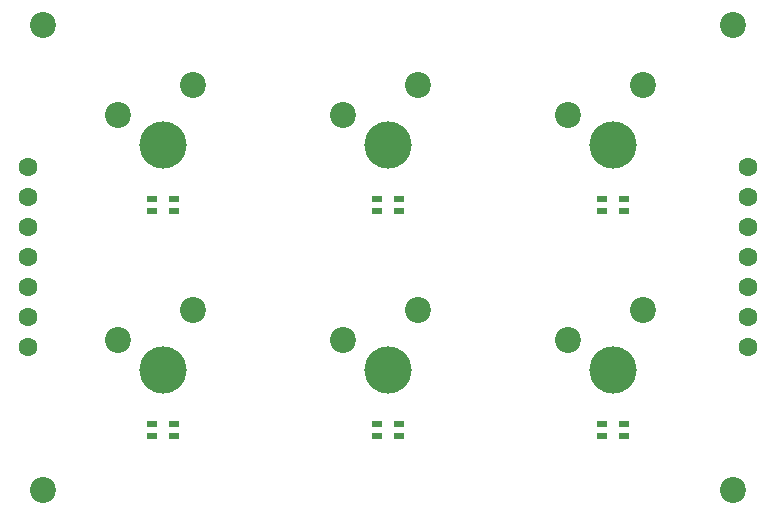
<source format=gbr>
G04 #@! TF.GenerationSoftware,KiCad,Pcbnew,(5.0.0-rc2-dev-471-ge4feb315d)*
G04 #@! TF.CreationDate,2018-04-21T02:21:12+01:00*
G04 #@! TF.ProjectId,cherry_breakout,6368657272795F627265616B6F75742E,rev?*
G04 #@! TF.SameCoordinates,Original*
G04 #@! TF.FileFunction,Soldermask,Top*
G04 #@! TF.FilePolarity,Negative*
%FSLAX46Y46*%
G04 Gerber Fmt 4.6, Leading zero omitted, Abs format (unit mm)*
G04 Created by KiCad (PCBNEW (5.0.0-rc2-dev-471-ge4feb315d)) date Sat Apr 21 02:21:12 2018*
%MOMM*%
%LPD*%
G01*
G04 APERTURE LIST*
%ADD10C,2.200000*%
%ADD11C,1.600000*%
%ADD12R,0.850000X0.500000*%
%ADD13C,4.000000*%
G04 APERTURE END LIST*
D10*
X115570000Y-76200000D03*
D11*
X116840000Y-88265000D03*
X55880000Y-98425000D03*
X116840000Y-90805000D03*
X55880000Y-100965000D03*
X116840000Y-93345000D03*
X55880000Y-103505000D03*
X116840000Y-95885000D03*
X55880000Y-88265000D03*
X116840000Y-103505000D03*
X116840000Y-100965000D03*
X116840000Y-98425000D03*
X55880000Y-95885000D03*
X55880000Y-93345000D03*
X55880000Y-90805000D03*
D10*
X57150000Y-115570000D03*
X115570000Y-115570000D03*
D12*
X68210000Y-91940000D03*
X68210000Y-90940000D03*
X66410000Y-90940000D03*
X66410000Y-91940000D03*
X66410000Y-110990000D03*
X66410000Y-109990000D03*
X68210000Y-109990000D03*
X68210000Y-110990000D03*
X85460000Y-91940000D03*
X85460000Y-90940000D03*
X87260000Y-90940000D03*
X87260000Y-91940000D03*
X87260000Y-110990000D03*
X87260000Y-109990000D03*
X85460000Y-109990000D03*
X85460000Y-110990000D03*
X106310000Y-91940000D03*
X106310000Y-90940000D03*
X104510000Y-90940000D03*
X104510000Y-91940000D03*
X104510000Y-110990000D03*
X104510000Y-109990000D03*
X106310000Y-109990000D03*
X106310000Y-110990000D03*
D13*
X67310000Y-86360000D03*
D10*
X63500000Y-83820000D03*
X69850000Y-81280000D03*
X69850000Y-100330000D03*
X63500000Y-102870000D03*
D13*
X67310000Y-105410000D03*
D10*
X88900000Y-81280000D03*
X82550000Y-83820000D03*
D13*
X86360000Y-86360000D03*
X86360000Y-105410000D03*
D10*
X82550000Y-102870000D03*
X88900000Y-100330000D03*
D13*
X105410000Y-86360000D03*
D10*
X101600000Y-83820000D03*
X107950000Y-81280000D03*
X107950000Y-100330000D03*
X101600000Y-102870000D03*
D13*
X105410000Y-105410000D03*
D10*
X57150000Y-76200000D03*
M02*

</source>
